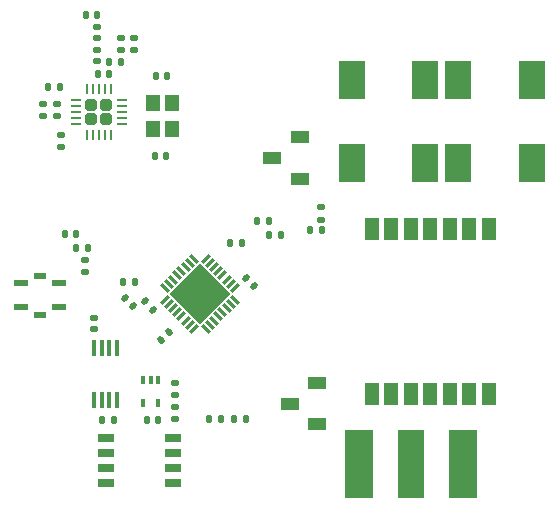
<source format=gbr>
%TF.GenerationSoftware,KiCad,Pcbnew,8.0.2*%
%TF.CreationDate,2024-07-16T13:24:57-07:00*%
%TF.ProjectId,sensor-node-rev-2,73656e73-6f72-42d6-9e6f-64652d726576,rev?*%
%TF.SameCoordinates,Original*%
%TF.FileFunction,Paste,Top*%
%TF.FilePolarity,Positive*%
%FSLAX46Y46*%
G04 Gerber Fmt 4.6, Leading zero omitted, Abs format (unit mm)*
G04 Created by KiCad (PCBNEW 8.0.2) date 2024-07-16 13:24:57*
%MOMM*%
%LPD*%
G01*
G04 APERTURE LIST*
G04 Aperture macros list*
%AMRoundRect*
0 Rectangle with rounded corners*
0 $1 Rounding radius*
0 $2 $3 $4 $5 $6 $7 $8 $9 X,Y pos of 4 corners*
0 Add a 4 corners polygon primitive as box body*
4,1,4,$2,$3,$4,$5,$6,$7,$8,$9,$2,$3,0*
0 Add four circle primitives for the rounded corners*
1,1,$1+$1,$2,$3*
1,1,$1+$1,$4,$5*
1,1,$1+$1,$6,$7*
1,1,$1+$1,$8,$9*
0 Add four rect primitives between the rounded corners*
20,1,$1+$1,$2,$3,$4,$5,0*
20,1,$1+$1,$4,$5,$6,$7,0*
20,1,$1+$1,$6,$7,$8,$9,0*
20,1,$1+$1,$8,$9,$2,$3,0*%
%AMRotRect*
0 Rectangle, with rotation*
0 The origin of the aperture is its center*
0 $1 length*
0 $2 width*
0 $3 Rotation angle, in degrees counterclockwise*
0 Add horizontal line*
21,1,$1,$2,0,0,$3*%
G04 Aperture macros list end*
%ADD10RoundRect,0.135000X0.185000X-0.135000X0.185000X0.135000X-0.185000X0.135000X-0.185000X-0.135000X0*%
%ADD11RoundRect,0.140000X0.140000X0.170000X-0.140000X0.170000X-0.140000X-0.170000X0.140000X-0.170000X0*%
%ADD12RoundRect,0.100000X-0.100000X0.225000X-0.100000X-0.225000X0.100000X-0.225000X0.100000X0.225000X0*%
%ADD13R,1.270000X1.905000*%
%ADD14RoundRect,0.135000X0.135000X0.185000X-0.135000X0.185000X-0.135000X-0.185000X0.135000X-0.185000X0*%
%ADD15RoundRect,0.140000X-0.219203X-0.021213X-0.021213X-0.219203X0.219203X0.021213X0.021213X0.219203X0*%
%ADD16RoundRect,0.140000X-0.170000X0.140000X-0.170000X-0.140000X0.170000X-0.140000X0.170000X0.140000X0*%
%ADD17RotRect,0.300000X0.850000X135.000000*%
%ADD18RotRect,0.300000X0.850000X45.000000*%
%ADD19RotRect,3.700000X3.700000X45.000000*%
%ADD20RoundRect,0.140000X0.170000X-0.140000X0.170000X0.140000X-0.170000X0.140000X-0.170000X-0.140000X0*%
%ADD21RoundRect,0.140000X-0.021213X0.219203X-0.219203X0.021213X0.021213X-0.219203X0.219203X-0.021213X0*%
%ADD22RoundRect,0.140000X0.219203X0.021213X0.021213X0.219203X-0.219203X-0.021213X-0.021213X-0.219203X0*%
%ADD23R,1.250000X0.600000*%
%ADD24R,1.000000X0.500000*%
%ADD25RoundRect,0.250000X0.255000X-0.255000X0.255000X0.255000X-0.255000X0.255000X-0.255000X-0.255000X0*%
%ADD26RoundRect,0.062500X0.062500X-0.350000X0.062500X0.350000X-0.062500X0.350000X-0.062500X-0.350000X0*%
%ADD27RoundRect,0.062500X0.350000X-0.062500X0.350000X0.062500X-0.350000X0.062500X-0.350000X-0.062500X0*%
%ADD28RoundRect,0.147500X0.147500X0.172500X-0.147500X0.172500X-0.147500X-0.172500X0.147500X-0.172500X0*%
%ADD29R,0.450000X1.450000*%
%ADD30RoundRect,0.135000X-0.135000X-0.185000X0.135000X-0.185000X0.135000X0.185000X-0.135000X0.185000X0*%
%ADD31R,1.150000X1.400000*%
%ADD32RoundRect,0.140000X-0.140000X-0.170000X0.140000X-0.170000X0.140000X0.170000X-0.140000X0.170000X0*%
%ADD33RoundRect,0.147500X0.172500X-0.147500X0.172500X0.147500X-0.172500X0.147500X-0.172500X-0.147500X0*%
%ADD34RoundRect,0.147500X-0.147500X-0.172500X0.147500X-0.172500X0.147500X0.172500X-0.147500X0.172500X0*%
%ADD35R,2.300000X3.200000*%
%ADD36RoundRect,0.135000X-0.185000X0.135000X-0.185000X-0.135000X0.185000X-0.135000X0.185000X0.135000X0*%
%ADD37R,2.286000X5.842000*%
%ADD38R,2.413000X5.842000*%
%ADD39R,1.600000X1.000000*%
%ADD40R,1.450000X0.700000*%
G04 APERTURE END LIST*
D10*
%TO.C,R11*%
X89900000Y-137410000D03*
X89900000Y-136390000D03*
%TD*%
D11*
%TO.C,C10*%
X89180000Y-115100000D03*
X88220000Y-115100000D03*
%TD*%
D12*
%TO.C,U4*%
X88500000Y-134115000D03*
X87850000Y-134115000D03*
X87200000Y-134115000D03*
X87200000Y-136015000D03*
X88500000Y-136015000D03*
%TD*%
D13*
%TO.C,PS1*%
X106577000Y-135254000D03*
X108228000Y-135254000D03*
X109879000Y-135254000D03*
X111530000Y-135254000D03*
X113181000Y-135254000D03*
X114832000Y-135254000D03*
X116483000Y-135254000D03*
X116483000Y-121284000D03*
X114832000Y-121284000D03*
X113181000Y-121284000D03*
X111530000Y-121284000D03*
X109879000Y-121284000D03*
X108228000Y-121284000D03*
X106577000Y-121284000D03*
%TD*%
D14*
%TO.C,R13*%
X84710000Y-137445000D03*
X83690000Y-137445000D03*
%TD*%
D15*
%TO.C,C4*%
X95900589Y-125450589D03*
X96579411Y-126129411D03*
%TD*%
D14*
%TO.C,R5*%
X82560000Y-122950000D03*
X81540000Y-122950000D03*
%TD*%
D16*
%TO.C,C9*%
X80250000Y-113390000D03*
X80250000Y-114350000D03*
%TD*%
D10*
%TO.C,R14*%
X89900000Y-135390000D03*
X89900000Y-134370000D03*
%TD*%
D17*
%TO.C,U1*%
X89030152Y-127294975D03*
X89383705Y-127648528D03*
X89737258Y-128002082D03*
X90090812Y-128355635D03*
X90444365Y-128709188D03*
X90797918Y-129062742D03*
X91151472Y-129416295D03*
X91505025Y-129769848D03*
D18*
X92494975Y-129769848D03*
X92848528Y-129416295D03*
X93202082Y-129062742D03*
X93555635Y-128709188D03*
X93909188Y-128355635D03*
X94262742Y-128002082D03*
X94616295Y-127648528D03*
X94969848Y-127294975D03*
D17*
X94969848Y-126305025D03*
X94616295Y-125951472D03*
X94262742Y-125597918D03*
X93909188Y-125244365D03*
X93555635Y-124890812D03*
X93202082Y-124537258D03*
X92848528Y-124183705D03*
X92494975Y-123830152D03*
D18*
X91505025Y-123830152D03*
X91151472Y-124183705D03*
X90797918Y-124537258D03*
X90444365Y-124890812D03*
X90090812Y-125244365D03*
X89737258Y-125597918D03*
X89383705Y-125951472D03*
X89030152Y-126305025D03*
D19*
X92000000Y-126800000D03*
%TD*%
D20*
%TO.C,C14*%
X78760000Y-111710000D03*
X78760000Y-110750000D03*
%TD*%
D21*
%TO.C,C2*%
X89389411Y-130010589D03*
X88710589Y-130689411D03*
%TD*%
D22*
%TO.C,C3*%
X88079411Y-128129411D03*
X87400589Y-127450589D03*
%TD*%
D23*
%TO.C,S4*%
X76835000Y-125910000D03*
X80085000Y-125910000D03*
X76835000Y-127910000D03*
X80085000Y-127910000D03*
D24*
X78460000Y-125260000D03*
X78460000Y-128560000D03*
%TD*%
D25*
%TO.C,U2*%
X82825000Y-112025000D03*
X84075000Y-112025000D03*
X82825000Y-110775000D03*
X84075000Y-110775000D03*
D26*
X82450000Y-113337500D03*
X82950000Y-113337500D03*
X83450000Y-113337500D03*
X83950000Y-113337500D03*
X84450000Y-113337500D03*
D27*
X85387500Y-112400000D03*
X85387500Y-111900000D03*
X85387500Y-111400000D03*
X85387500Y-110900000D03*
X85387500Y-110400000D03*
D26*
X84450000Y-109462500D03*
X83950000Y-109462500D03*
X83450000Y-109462500D03*
X82950000Y-109462500D03*
X82450000Y-109462500D03*
D27*
X81512500Y-110400000D03*
X81512500Y-110900000D03*
X81512500Y-111400000D03*
X81512500Y-111900000D03*
X81512500Y-112400000D03*
%TD*%
D11*
%TO.C,C23*%
X88480000Y-137500000D03*
X87520000Y-137500000D03*
%TD*%
D20*
%TO.C,C24*%
X83050000Y-129780000D03*
X83050000Y-128820000D03*
%TD*%
D14*
%TO.C,R1*%
X86535000Y-125775000D03*
X85515000Y-125775000D03*
%TD*%
D28*
%TO.C,D1*%
X98835000Y-121800000D03*
X97865000Y-121800000D03*
%TD*%
D29*
%TO.C,IC2*%
X83050000Y-135815000D03*
X83700000Y-135815000D03*
X84350000Y-135815000D03*
X85000000Y-135815000D03*
X85000000Y-131365000D03*
X84350000Y-131365000D03*
X83700000Y-131365000D03*
X83050000Y-131365000D03*
%TD*%
D30*
%TO.C,R2*%
X101290000Y-121400000D03*
X102310000Y-121400000D03*
%TD*%
D31*
%TO.C,Y1*%
X89627500Y-112837500D03*
X89627500Y-110637500D03*
X88027500Y-110637500D03*
X88027500Y-112837500D03*
%TD*%
D30*
%TO.C,R4*%
X96840000Y-120650000D03*
X97860000Y-120650000D03*
%TD*%
D14*
%TO.C,R8*%
X80140000Y-109250000D03*
X79120000Y-109250000D03*
%TD*%
D32*
%TO.C,C12*%
X88270000Y-108350000D03*
X89230000Y-108350000D03*
%TD*%
D33*
%TO.C,L3*%
X83327500Y-107122500D03*
X83327500Y-106152500D03*
%TD*%
D34*
%TO.C,D2*%
X80565000Y-121750000D03*
X81535000Y-121750000D03*
%TD*%
D35*
%TO.C,C8*%
X113900000Y-115700000D03*
X120100000Y-115700000D03*
%TD*%
D34*
%TO.C,L2*%
X84342500Y-107137500D03*
X85312500Y-107137500D03*
%TD*%
D36*
%TO.C,R3*%
X102300000Y-119490000D03*
X102300000Y-120510000D03*
%TD*%
D20*
%TO.C,C18*%
X86427500Y-106117500D03*
X86427500Y-105157500D03*
%TD*%
D30*
%TO.C,R10*%
X94590000Y-122500000D03*
X95610000Y-122500000D03*
%TD*%
D35*
%TO.C,C6*%
X111100000Y-115700000D03*
X104900000Y-115700000D03*
%TD*%
D14*
%TO.C,R6*%
X93810000Y-137400000D03*
X92790000Y-137400000D03*
%TD*%
D35*
%TO.C,C5*%
X111100000Y-108700000D03*
X104900000Y-108700000D03*
%TD*%
D16*
%TO.C,C17*%
X85327500Y-105157500D03*
X85327500Y-106117500D03*
%TD*%
D20*
%TO.C,C15*%
X83320000Y-105170000D03*
X83320000Y-104210000D03*
%TD*%
%TO.C,C22*%
X82300000Y-124930000D03*
X82300000Y-123970000D03*
%TD*%
D37*
%TO.C,J3*%
X109875000Y-141235600D03*
D38*
X114256500Y-141235600D03*
X105493500Y-141235600D03*
%TD*%
D35*
%TO.C,C1*%
X113900000Y-108700000D03*
X120100000Y-108700000D03*
%TD*%
D22*
%TO.C,C7*%
X86339411Y-127839411D03*
X85660589Y-127160589D03*
%TD*%
D20*
%TO.C,C13*%
X79890000Y-111710000D03*
X79890000Y-110750000D03*
%TD*%
D39*
%TO.C,S1*%
X101950000Y-137850000D03*
X99650000Y-136100000D03*
X101950000Y-134350000D03*
%TD*%
D40*
%TO.C,IC1*%
X84100000Y-139045000D03*
X84100000Y-140315000D03*
X84100000Y-141585000D03*
X84100000Y-142855000D03*
X89700000Y-142855000D03*
X89700000Y-141585000D03*
X89700000Y-140315000D03*
X89700000Y-139045000D03*
%TD*%
D39*
%TO.C,S5*%
X100450000Y-117050000D03*
X98150000Y-115300000D03*
X100450000Y-113550000D03*
%TD*%
D34*
%TO.C,L1*%
X83342500Y-108190000D03*
X84312500Y-108190000D03*
%TD*%
D11*
%TO.C,C16*%
X83330000Y-103210000D03*
X82370000Y-103210000D03*
%TD*%
D14*
%TO.C,R7*%
X95910000Y-137400000D03*
X94890000Y-137400000D03*
%TD*%
M02*

</source>
